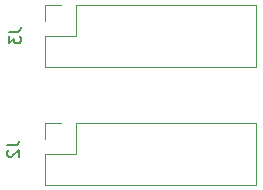
<source format=gbr>
%TF.GenerationSoftware,KiCad,Pcbnew,5.1.6-c6e7f7d~87~ubuntu20.04.1*%
%TF.CreationDate,2022-06-05T21:48:19+02:00*%
%TF.ProjectId,interface_up_left_side_arm,696e7465-7266-4616-9365-5f75705f6c65,rev?*%
%TF.SameCoordinates,PX770d850PY55ca120*%
%TF.FileFunction,Legend,Bot*%
%TF.FilePolarity,Positive*%
%FSLAX46Y46*%
G04 Gerber Fmt 4.6, Leading zero omitted, Abs format (unit mm)*
G04 Created by KiCad (PCBNEW 5.1.6-c6e7f7d~87~ubuntu20.04.1) date 2022-06-05 21:48:19*
%MOMM*%
%LPD*%
G01*
G04 APERTURE LIST*
%ADD10C,0.120000*%
%ADD11C,0.150000*%
G04 APERTURE END LIST*
D10*
%TO.C,J2*%
X83734080Y18286640D02*
X83734080Y13086640D01*
X68434080Y18286640D02*
X83734080Y18286640D01*
X65834080Y13086640D02*
X83734080Y13086640D01*
X68434080Y18286640D02*
X68434080Y15686640D01*
X68434080Y15686640D02*
X65834080Y15686640D01*
X65834080Y15686640D02*
X65834080Y13086640D01*
X67164080Y18286640D02*
X65834080Y18286640D01*
X65834080Y18286640D02*
X65834080Y16956640D01*
%TO.C,J3*%
X65834080Y28286640D02*
X65834080Y26956640D01*
X67164080Y28286640D02*
X65834080Y28286640D01*
X65834080Y25686640D02*
X65834080Y23086640D01*
X68434080Y25686640D02*
X65834080Y25686640D01*
X68434080Y28286640D02*
X68434080Y25686640D01*
X65834080Y23086640D02*
X83734080Y23086640D01*
X68434080Y28286640D02*
X83734080Y28286640D01*
X83734080Y28286640D02*
X83734080Y23086640D01*
%TO.C,J2*%
D11*
X62633740Y16436534D02*
X63348026Y16436534D01*
X63490883Y16484153D01*
X63586121Y16579391D01*
X63633740Y16722248D01*
X63633740Y16817486D01*
X62728979Y16007962D02*
X62681360Y15960343D01*
X62633740Y15865105D01*
X62633740Y15627010D01*
X62681360Y15531772D01*
X62728979Y15484153D01*
X62824217Y15436534D01*
X62919455Y15436534D01*
X63062312Y15484153D01*
X63633740Y16055581D01*
X63633740Y15436534D01*
%TO.C,J3*%
X62806460Y26055534D02*
X63520746Y26055534D01*
X63663603Y26103153D01*
X63758841Y26198391D01*
X63806460Y26341248D01*
X63806460Y26436486D01*
X62806460Y25674581D02*
X62806460Y25055534D01*
X63187413Y25388867D01*
X63187413Y25246010D01*
X63235032Y25150772D01*
X63282651Y25103153D01*
X63377889Y25055534D01*
X63615984Y25055534D01*
X63711222Y25103153D01*
X63758841Y25150772D01*
X63806460Y25246010D01*
X63806460Y25531724D01*
X63758841Y25626962D01*
X63711222Y25674581D01*
%TD*%
M02*

</source>
